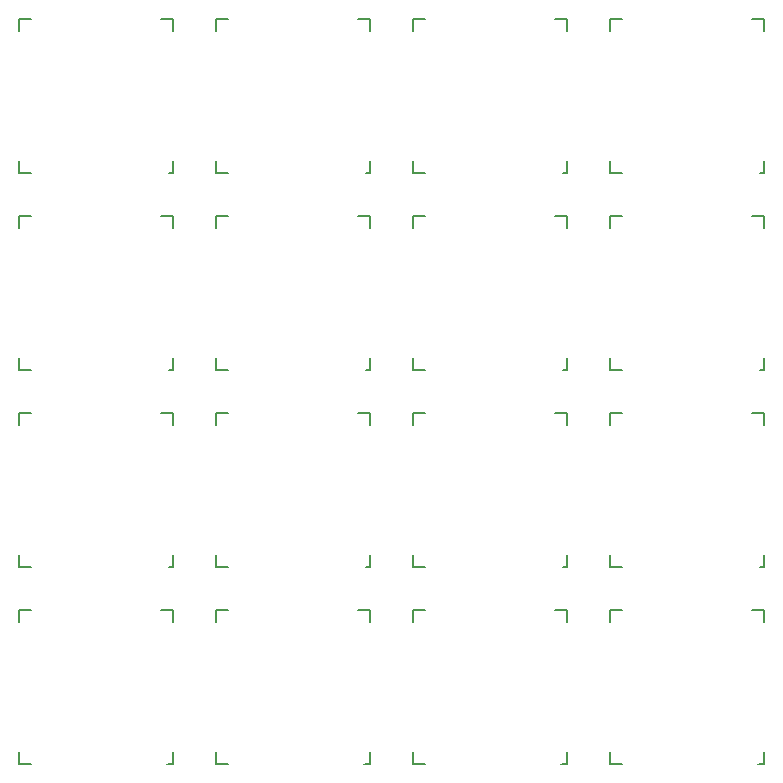
<source format=gto>
G04 #@! TF.GenerationSoftware,KiCad,Pcbnew,7.0.11*
G04 #@! TF.CreationDate,2024-09-14T21:56:28+02:00*
G04 #@! TF.ProjectId,macropad,6d616372-6f70-4616-942e-6b696361645f,rev?*
G04 #@! TF.SameCoordinates,Original*
G04 #@! TF.FileFunction,Legend,Top*
G04 #@! TF.FilePolarity,Positive*
%FSLAX46Y46*%
G04 Gerber Fmt 4.6, Leading zero omitted, Abs format (unit mm)*
G04 Created by KiCad (PCBNEW 7.0.11) date 2024-09-14 21:56:28*
%MOMM*%
%LPD*%
G01*
G04 APERTURE LIST*
%ADD10C,0.140000*%
%ADD11C,5.000000*%
%ADD12C,1.650000*%
%ADD13C,6.400000*%
%ADD14R,1.600000X1.600000*%
%ADD15O,1.600000X1.600000*%
G04 APERTURE END LIST*
D10*
X123878200Y-73226450D02*
X123878200Y-72226450D01*
X123878200Y-85226450D02*
X123878200Y-84226450D01*
X123878200Y-85226450D02*
X124878200Y-85226450D01*
X124878200Y-72226450D02*
X123878200Y-72226450D01*
X135878200Y-85226450D02*
X136878200Y-85226450D01*
X136878200Y-72226450D02*
X135878200Y-72226450D01*
X136878200Y-72226450D02*
X136878200Y-73226450D01*
X136878200Y-84226450D02*
X136878200Y-85226450D01*
X157215700Y-106563950D02*
X157215700Y-105563950D01*
X157215700Y-118563950D02*
X157215700Y-117563950D01*
X157215700Y-118563950D02*
X158215700Y-118563950D01*
X158215700Y-105563950D02*
X157215700Y-105563950D01*
X169215700Y-118563950D02*
X170215700Y-118563950D01*
X170215700Y-105563950D02*
X169215700Y-105563950D01*
X170215700Y-105563950D02*
X170215700Y-106563950D01*
X170215700Y-117563950D02*
X170215700Y-118563950D01*
X123878200Y-56557700D02*
X123878200Y-55557700D01*
X123878200Y-68557700D02*
X123878200Y-67557700D01*
X123878200Y-68557700D02*
X124878200Y-68557700D01*
X124878200Y-55557700D02*
X123878200Y-55557700D01*
X135878200Y-68557700D02*
X136878200Y-68557700D01*
X136878200Y-55557700D02*
X135878200Y-55557700D01*
X136878200Y-55557700D02*
X136878200Y-56557700D01*
X136878200Y-67557700D02*
X136878200Y-68557700D01*
X140546950Y-89895200D02*
X140546950Y-88895200D01*
X140546950Y-101895200D02*
X140546950Y-100895200D01*
X140546950Y-101895200D02*
X141546950Y-101895200D01*
X141546950Y-88895200D02*
X140546950Y-88895200D01*
X152546950Y-101895200D02*
X153546950Y-101895200D01*
X153546950Y-88895200D02*
X152546950Y-88895200D01*
X153546950Y-88895200D02*
X153546950Y-89895200D01*
X153546950Y-100895200D02*
X153546950Y-101895200D01*
X157215700Y-89895200D02*
X157215700Y-88895200D01*
X157215700Y-101895200D02*
X157215700Y-100895200D01*
X157215700Y-101895200D02*
X158215700Y-101895200D01*
X158215700Y-88895200D02*
X157215700Y-88895200D01*
X169215700Y-101895200D02*
X170215700Y-101895200D01*
X170215700Y-88895200D02*
X169215700Y-88895200D01*
X170215700Y-88895200D02*
X170215700Y-89895200D01*
X170215700Y-100895200D02*
X170215700Y-101895200D01*
X173884450Y-89895200D02*
X173884450Y-88895200D01*
X173884450Y-101895200D02*
X173884450Y-100895200D01*
X173884450Y-101895200D02*
X174884450Y-101895200D01*
X174884450Y-88895200D02*
X173884450Y-88895200D01*
X185884450Y-101895200D02*
X186884450Y-101895200D01*
X186884450Y-88895200D02*
X185884450Y-88895200D01*
X186884450Y-88895200D02*
X186884450Y-89895200D01*
X186884450Y-100895200D02*
X186884450Y-101895200D01*
X157215700Y-73226450D02*
X157215700Y-72226450D01*
X157215700Y-85226450D02*
X157215700Y-84226450D01*
X157215700Y-85226450D02*
X158215700Y-85226450D01*
X158215700Y-72226450D02*
X157215700Y-72226450D01*
X169215700Y-85226450D02*
X170215700Y-85226450D01*
X170215700Y-72226450D02*
X169215700Y-72226450D01*
X170215700Y-72226450D02*
X170215700Y-73226450D01*
X170215700Y-84226450D02*
X170215700Y-85226450D01*
X173884450Y-56557700D02*
X173884450Y-55557700D01*
X173884450Y-68557700D02*
X173884450Y-67557700D01*
X173884450Y-68557700D02*
X174884450Y-68557700D01*
X174884450Y-55557700D02*
X173884450Y-55557700D01*
X185884450Y-68557700D02*
X186884450Y-68557700D01*
X186884450Y-55557700D02*
X185884450Y-55557700D01*
X186884450Y-55557700D02*
X186884450Y-56557700D01*
X186884450Y-67557700D02*
X186884450Y-68557700D01*
X123878200Y-89895200D02*
X123878200Y-88895200D01*
X123878200Y-101895200D02*
X123878200Y-100895200D01*
X123878200Y-101895200D02*
X124878200Y-101895200D01*
X124878200Y-88895200D02*
X123878200Y-88895200D01*
X135878200Y-101895200D02*
X136878200Y-101895200D01*
X136878200Y-88895200D02*
X135878200Y-88895200D01*
X136878200Y-88895200D02*
X136878200Y-89895200D01*
X136878200Y-100895200D02*
X136878200Y-101895200D01*
X140546950Y-56557700D02*
X140546950Y-55557700D01*
X140546950Y-68557700D02*
X140546950Y-67557700D01*
X140546950Y-68557700D02*
X141546950Y-68557700D01*
X141546950Y-55557700D02*
X140546950Y-55557700D01*
X152546950Y-68557700D02*
X153546950Y-68557700D01*
X153546950Y-55557700D02*
X152546950Y-55557700D01*
X153546950Y-55557700D02*
X153546950Y-56557700D01*
X153546950Y-67557700D02*
X153546950Y-68557700D01*
X173884450Y-73226450D02*
X173884450Y-72226450D01*
X173884450Y-85226450D02*
X173884450Y-84226450D01*
X173884450Y-85226450D02*
X174884450Y-85226450D01*
X174884450Y-72226450D02*
X173884450Y-72226450D01*
X185884450Y-85226450D02*
X186884450Y-85226450D01*
X186884450Y-72226450D02*
X185884450Y-72226450D01*
X186884450Y-72226450D02*
X186884450Y-73226450D01*
X186884450Y-84226450D02*
X186884450Y-85226450D01*
X157215700Y-56557700D02*
X157215700Y-55557700D01*
X157215700Y-68557700D02*
X157215700Y-67557700D01*
X157215700Y-68557700D02*
X158215700Y-68557700D01*
X158215700Y-55557700D02*
X157215700Y-55557700D01*
X169215700Y-68557700D02*
X170215700Y-68557700D01*
X170215700Y-55557700D02*
X169215700Y-55557700D01*
X170215700Y-55557700D02*
X170215700Y-56557700D01*
X170215700Y-67557700D02*
X170215700Y-68557700D01*
X123878200Y-106563950D02*
X123878200Y-105563950D01*
X123878200Y-118563950D02*
X123878200Y-117563950D01*
X123878200Y-118563950D02*
X124878200Y-118563950D01*
X124878200Y-105563950D02*
X123878200Y-105563950D01*
X135878200Y-118563950D02*
X136878200Y-118563950D01*
X136878200Y-105563950D02*
X135878200Y-105563950D01*
X136878200Y-105563950D02*
X136878200Y-106563950D01*
X136878200Y-117563950D02*
X136878200Y-118563950D01*
X140546950Y-73226450D02*
X140546950Y-72226450D01*
X140546950Y-85226450D02*
X140546950Y-84226450D01*
X140546950Y-85226450D02*
X141546950Y-85226450D01*
X141546950Y-72226450D02*
X140546950Y-72226450D01*
X152546950Y-85226450D02*
X153546950Y-85226450D01*
X153546950Y-72226450D02*
X152546950Y-72226450D01*
X153546950Y-72226450D02*
X153546950Y-73226450D01*
X153546950Y-84226450D02*
X153546950Y-85226450D01*
X173884450Y-106563950D02*
X173884450Y-105563950D01*
X173884450Y-118563950D02*
X173884450Y-117563950D01*
X173884450Y-118563950D02*
X174884450Y-118563950D01*
X174884450Y-105563950D02*
X173884450Y-105563950D01*
X185884450Y-118563950D02*
X186884450Y-118563950D01*
X186884450Y-105563950D02*
X185884450Y-105563950D01*
X186884450Y-105563950D02*
X186884450Y-106563950D01*
X186884450Y-117563950D02*
X186884450Y-118563950D01*
X140546950Y-106563950D02*
X140546950Y-105563950D01*
X140546950Y-118563950D02*
X140546950Y-117563950D01*
X140546950Y-118563950D02*
X141546950Y-118563950D01*
X141546950Y-105563950D02*
X140546950Y-105563950D01*
X152546950Y-118563950D02*
X153546950Y-118563950D01*
X153546950Y-105563950D02*
X152546950Y-105563950D01*
X153546950Y-105563950D02*
X153546950Y-106563950D01*
X153546950Y-117563950D02*
X153546950Y-118563950D01*
%LPC*%
D11*
X130378200Y-78726450D03*
D12*
X135378200Y-73576450D03*
D11*
X163715700Y-112063950D03*
D12*
X168715700Y-106913950D03*
D11*
X130378200Y-62057700D03*
D12*
X135378200Y-56907700D03*
D11*
X147046950Y-95395200D03*
D12*
X152046950Y-90245200D03*
D11*
X163715700Y-95395200D03*
D12*
X168715700Y-90245200D03*
D11*
X180384450Y-95395200D03*
D12*
X185384450Y-90245200D03*
D11*
X163715700Y-78726450D03*
D12*
X168715700Y-73576450D03*
D11*
X180384450Y-62057700D03*
D12*
X185384450Y-56907700D03*
D11*
X130378200Y-95395200D03*
D12*
X135378200Y-90245200D03*
D13*
X119062500Y-137318750D03*
D11*
X147046950Y-62057700D03*
D12*
X152046950Y-56907700D03*
D13*
X192087500Y-51593750D03*
D11*
X180384450Y-78726450D03*
D12*
X185384450Y-73576450D03*
D11*
X163715700Y-62057700D03*
D12*
X168715700Y-56907700D03*
D11*
X130378200Y-112063950D03*
D12*
X135378200Y-106913950D03*
D11*
X147046950Y-78726450D03*
D12*
X152046950Y-73576450D03*
D11*
X180384450Y-112063950D03*
D12*
X185384450Y-106913950D03*
D11*
X147046950Y-112063950D03*
D12*
X152046950Y-106913950D03*
D13*
X119062500Y-51593750D03*
X192087500Y-137318750D03*
D14*
X169271950Y-60337700D03*
D15*
X169271950Y-67957700D03*
D14*
X185940700Y-77006450D03*
D15*
X185940700Y-84626450D03*
D14*
X152603200Y-110343950D03*
D15*
X152603200Y-117963950D03*
D14*
X135934450Y-77006450D03*
D15*
X135934450Y-84626450D03*
D14*
X152603200Y-93675200D03*
D15*
X152603200Y-101295200D03*
D14*
X185940700Y-60337700D03*
D15*
X185940700Y-67957700D03*
D14*
X185940700Y-110343950D03*
D15*
X185940700Y-117963950D03*
D14*
X135934450Y-110343950D03*
D15*
X135934450Y-117963950D03*
D14*
X135934450Y-60337700D03*
D15*
X135934450Y-67957700D03*
D14*
X169271950Y-77006450D03*
D15*
X169271950Y-84626450D03*
D14*
X135934450Y-93675200D03*
D15*
X135934450Y-101295200D03*
D14*
X169271950Y-93675200D03*
D15*
X169271950Y-101295200D03*
D14*
X185940700Y-93675200D03*
D15*
X185940700Y-101295200D03*
D14*
X152603200Y-60337700D03*
D15*
X152603200Y-67957700D03*
D14*
X152603200Y-77006450D03*
D15*
X152603200Y-84626450D03*
D14*
X169271950Y-110343950D03*
D15*
X169271950Y-117963950D03*
%LPD*%
M02*

</source>
